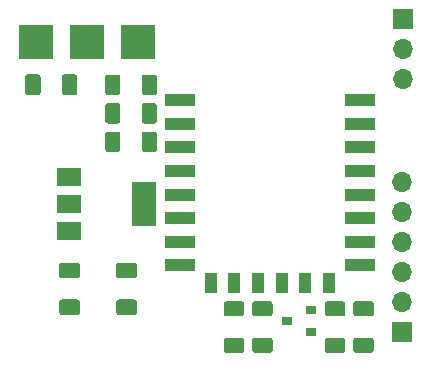
<source format=gbr>
%TF.GenerationSoftware,KiCad,Pcbnew,(5.1.9)-1*%
%TF.CreationDate,2021-10-08T16:41:08-07:00*%
%TF.ProjectId,LED-Controller-ESP-12F,4c45442d-436f-46e7-9472-6f6c6c65722d,A*%
%TF.SameCoordinates,Original*%
%TF.FileFunction,Soldermask,Top*%
%TF.FilePolarity,Negative*%
%FSLAX46Y46*%
G04 Gerber Fmt 4.6, Leading zero omitted, Abs format (unit mm)*
G04 Created by KiCad (PCBNEW (5.1.9)-1) date 2021-10-08 16:41:08*
%MOMM*%
%LPD*%
G01*
G04 APERTURE LIST*
%ADD10R,1.700000X1.700000*%
%ADD11O,1.700000X1.700000*%
%ADD12R,2.000000X1.500000*%
%ADD13R,2.000000X3.800000*%
%ADD14R,0.900000X0.800000*%
%ADD15R,3.000000X3.000000*%
%ADD16R,2.500000X1.000000*%
%ADD17R,1.000000X1.800000*%
G04 APERTURE END LIST*
D10*
%TO.C,J1*%
X139446000Y-128143000D03*
D11*
X139446000Y-125603000D03*
X139446000Y-123063000D03*
X139446000Y-120523000D03*
X139446000Y-117983000D03*
X139446000Y-115443000D03*
%TD*%
D10*
%TO.C,J2*%
X139573000Y-101600000D03*
D11*
X139573000Y-104140000D03*
X139573000Y-106680000D03*
%TD*%
%TO.C,R7*%
G36*
G01*
X117420500Y-107813001D02*
X117420500Y-106562999D01*
G75*
G02*
X117670499Y-106313000I249999J0D01*
G01*
X118470501Y-106313000D01*
G75*
G02*
X118720500Y-106562999I0J-249999D01*
G01*
X118720500Y-107813001D01*
G75*
G02*
X118470501Y-108063000I-249999J0D01*
G01*
X117670499Y-108063000D01*
G75*
G02*
X117420500Y-107813001I0J249999D01*
G01*
G37*
G36*
G01*
X114320500Y-107813001D02*
X114320500Y-106562999D01*
G75*
G02*
X114570499Y-106313000I249999J0D01*
G01*
X115370501Y-106313000D01*
G75*
G02*
X115620500Y-106562999I0J-249999D01*
G01*
X115620500Y-107813001D01*
G75*
G02*
X115370501Y-108063000I-249999J0D01*
G01*
X114570499Y-108063000D01*
G75*
G02*
X114320500Y-107813001I0J249999D01*
G01*
G37*
%TD*%
%TO.C,R6*%
G36*
G01*
X135582499Y-128598500D02*
X136832501Y-128598500D01*
G75*
G02*
X137082500Y-128848499I0J-249999D01*
G01*
X137082500Y-129648501D01*
G75*
G02*
X136832501Y-129898500I-249999J0D01*
G01*
X135582499Y-129898500D01*
G75*
G02*
X135332500Y-129648501I0J249999D01*
G01*
X135332500Y-128848499D01*
G75*
G02*
X135582499Y-128598500I249999J0D01*
G01*
G37*
G36*
G01*
X135582499Y-125498500D02*
X136832501Y-125498500D01*
G75*
G02*
X137082500Y-125748499I0J-249999D01*
G01*
X137082500Y-126548501D01*
G75*
G02*
X136832501Y-126798500I-249999J0D01*
G01*
X135582499Y-126798500D01*
G75*
G02*
X135332500Y-126548501I0J249999D01*
G01*
X135332500Y-125748499D01*
G75*
G02*
X135582499Y-125498500I249999J0D01*
G01*
G37*
%TD*%
%TO.C,R5*%
G36*
G01*
X125847001Y-126800500D02*
X124596999Y-126800500D01*
G75*
G02*
X124347000Y-126550501I0J249999D01*
G01*
X124347000Y-125750499D01*
G75*
G02*
X124596999Y-125500500I249999J0D01*
G01*
X125847001Y-125500500D01*
G75*
G02*
X126097000Y-125750499I0J-249999D01*
G01*
X126097000Y-126550501D01*
G75*
G02*
X125847001Y-126800500I-249999J0D01*
G01*
G37*
G36*
G01*
X125847001Y-129900500D02*
X124596999Y-129900500D01*
G75*
G02*
X124347000Y-129650501I0J249999D01*
G01*
X124347000Y-128850499D01*
G75*
G02*
X124596999Y-128600500I249999J0D01*
G01*
X125847001Y-128600500D01*
G75*
G02*
X126097000Y-128850499I0J-249999D01*
G01*
X126097000Y-129650501D01*
G75*
G02*
X125847001Y-129900500I-249999J0D01*
G01*
G37*
%TD*%
%TO.C,R4*%
G36*
G01*
X128260001Y-126800500D02*
X127009999Y-126800500D01*
G75*
G02*
X126760000Y-126550501I0J249999D01*
G01*
X126760000Y-125750499D01*
G75*
G02*
X127009999Y-125500500I249999J0D01*
G01*
X128260001Y-125500500D01*
G75*
G02*
X128510000Y-125750499I0J-249999D01*
G01*
X128510000Y-126550501D01*
G75*
G02*
X128260001Y-126800500I-249999J0D01*
G01*
G37*
G36*
G01*
X128260001Y-129900500D02*
X127009999Y-129900500D01*
G75*
G02*
X126760000Y-129650501I0J249999D01*
G01*
X126760000Y-128850499D01*
G75*
G02*
X127009999Y-128600500I249999J0D01*
G01*
X128260001Y-128600500D01*
G75*
G02*
X128510000Y-128850499I0J-249999D01*
G01*
X128510000Y-129650501D01*
G75*
G02*
X128260001Y-129900500I-249999J0D01*
G01*
G37*
%TD*%
%TO.C,R3*%
G36*
G01*
X134419501Y-126800500D02*
X133169499Y-126800500D01*
G75*
G02*
X132919500Y-126550501I0J249999D01*
G01*
X132919500Y-125750499D01*
G75*
G02*
X133169499Y-125500500I249999J0D01*
G01*
X134419501Y-125500500D01*
G75*
G02*
X134669500Y-125750499I0J-249999D01*
G01*
X134669500Y-126550501D01*
G75*
G02*
X134419501Y-126800500I-249999J0D01*
G01*
G37*
G36*
G01*
X134419501Y-129900500D02*
X133169499Y-129900500D01*
G75*
G02*
X132919500Y-129650501I0J249999D01*
G01*
X132919500Y-128850499D01*
G75*
G02*
X133169499Y-128600500I249999J0D01*
G01*
X134419501Y-128600500D01*
G75*
G02*
X134669500Y-128850499I0J-249999D01*
G01*
X134669500Y-129650501D01*
G75*
G02*
X134419501Y-129900500I-249999J0D01*
G01*
G37*
%TD*%
%TO.C,R2*%
G36*
G01*
X117420500Y-110226001D02*
X117420500Y-108975999D01*
G75*
G02*
X117670499Y-108726000I249999J0D01*
G01*
X118470501Y-108726000D01*
G75*
G02*
X118720500Y-108975999I0J-249999D01*
G01*
X118720500Y-110226001D01*
G75*
G02*
X118470501Y-110476000I-249999J0D01*
G01*
X117670499Y-110476000D01*
G75*
G02*
X117420500Y-110226001I0J249999D01*
G01*
G37*
G36*
G01*
X114320500Y-110226001D02*
X114320500Y-108975999D01*
G75*
G02*
X114570499Y-108726000I249999J0D01*
G01*
X115370501Y-108726000D01*
G75*
G02*
X115620500Y-108975999I0J-249999D01*
G01*
X115620500Y-110226001D01*
G75*
G02*
X115370501Y-110476000I-249999J0D01*
G01*
X114570499Y-110476000D01*
G75*
G02*
X114320500Y-110226001I0J249999D01*
G01*
G37*
%TD*%
%TO.C,R1*%
G36*
G01*
X117420500Y-112639001D02*
X117420500Y-111388999D01*
G75*
G02*
X117670499Y-111139000I249999J0D01*
G01*
X118470501Y-111139000D01*
G75*
G02*
X118720500Y-111388999I0J-249999D01*
G01*
X118720500Y-112639001D01*
G75*
G02*
X118470501Y-112889000I-249999J0D01*
G01*
X117670499Y-112889000D01*
G75*
G02*
X117420500Y-112639001I0J249999D01*
G01*
G37*
G36*
G01*
X114320500Y-112639001D02*
X114320500Y-111388999D01*
G75*
G02*
X114570499Y-111139000I249999J0D01*
G01*
X115370501Y-111139000D01*
G75*
G02*
X115620500Y-111388999I0J-249999D01*
G01*
X115620500Y-112639001D01*
G75*
G02*
X115370501Y-112889000I-249999J0D01*
G01*
X114570499Y-112889000D01*
G75*
G02*
X114320500Y-112639001I0J249999D01*
G01*
G37*
%TD*%
D12*
%TO.C,U1*%
X111277000Y-114984500D03*
X111277000Y-119584500D03*
X111277000Y-117284500D03*
D13*
X117577000Y-117284500D03*
%TD*%
%TO.C,C2*%
G36*
G01*
X115491498Y-125360000D02*
X116791502Y-125360000D01*
G75*
G02*
X117041500Y-125609998I0J-249998D01*
G01*
X117041500Y-126435002D01*
G75*
G02*
X116791502Y-126685000I-249998J0D01*
G01*
X115491498Y-126685000D01*
G75*
G02*
X115241500Y-126435002I0J249998D01*
G01*
X115241500Y-125609998D01*
G75*
G02*
X115491498Y-125360000I249998J0D01*
G01*
G37*
G36*
G01*
X115491498Y-122235000D02*
X116791502Y-122235000D01*
G75*
G02*
X117041500Y-122484998I0J-249998D01*
G01*
X117041500Y-123310002D01*
G75*
G02*
X116791502Y-123560000I-249998J0D01*
G01*
X115491498Y-123560000D01*
G75*
G02*
X115241500Y-123310002I0J249998D01*
G01*
X115241500Y-122484998D01*
G75*
G02*
X115491498Y-122235000I249998J0D01*
G01*
G37*
%TD*%
%TO.C,C1*%
G36*
G01*
X110665498Y-125360000D02*
X111965502Y-125360000D01*
G75*
G02*
X112215500Y-125609998I0J-249998D01*
G01*
X112215500Y-126435002D01*
G75*
G02*
X111965502Y-126685000I-249998J0D01*
G01*
X110665498Y-126685000D01*
G75*
G02*
X110415500Y-126435002I0J249998D01*
G01*
X110415500Y-125609998D01*
G75*
G02*
X110665498Y-125360000I249998J0D01*
G01*
G37*
G36*
G01*
X110665498Y-122235000D02*
X111965502Y-122235000D01*
G75*
G02*
X112215500Y-122484998I0J-249998D01*
G01*
X112215500Y-123310002D01*
G75*
G02*
X111965502Y-123560000I-249998J0D01*
G01*
X110665498Y-123560000D01*
G75*
G02*
X110415500Y-123310002I0J249998D01*
G01*
X110415500Y-122484998D01*
G75*
G02*
X110665498Y-122235000I249998J0D01*
G01*
G37*
%TD*%
D14*
%TO.C,Q1*%
X131746500Y-128140500D03*
X131746500Y-126240500D03*
X129746500Y-127190500D03*
%TD*%
D15*
%TO.C,TP1*%
X108458000Y-103568500D03*
%TD*%
%TO.C,TP2*%
X112776000Y-103568500D03*
%TD*%
%TO.C,TP3*%
X117094000Y-103568500D03*
%TD*%
D16*
%TO.C,U2*%
X120664501Y-108483501D03*
X120664501Y-110483501D03*
X120664501Y-112483501D03*
X120664501Y-114483501D03*
X120664501Y-116483501D03*
X120664501Y-118483501D03*
X120664501Y-120483501D03*
X120664501Y-122483501D03*
D17*
X123264501Y-123983501D03*
X125264501Y-123983501D03*
X127264501Y-123983501D03*
X129264501Y-123983501D03*
X131264501Y-123983501D03*
X133264501Y-123983501D03*
D16*
X135864501Y-122483501D03*
X135864501Y-120483501D03*
X135864501Y-118483501D03*
X135864501Y-116483501D03*
X135864501Y-114483501D03*
X135864501Y-112483501D03*
X135864501Y-110483501D03*
X135864501Y-108483501D03*
%TD*%
%TO.C,C3*%
G36*
G01*
X107528000Y-107838001D02*
X107528000Y-106537999D01*
G75*
G02*
X107777999Y-106288000I249999J0D01*
G01*
X108603001Y-106288000D01*
G75*
G02*
X108853000Y-106537999I0J-249999D01*
G01*
X108853000Y-107838001D01*
G75*
G02*
X108603001Y-108088000I-249999J0D01*
G01*
X107777999Y-108088000D01*
G75*
G02*
X107528000Y-107838001I0J249999D01*
G01*
G37*
G36*
G01*
X110653000Y-107838001D02*
X110653000Y-106537999D01*
G75*
G02*
X110902999Y-106288000I249999J0D01*
G01*
X111728001Y-106288000D01*
G75*
G02*
X111978000Y-106537999I0J-249999D01*
G01*
X111978000Y-107838001D01*
G75*
G02*
X111728001Y-108088000I-249999J0D01*
G01*
X110902999Y-108088000D01*
G75*
G02*
X110653000Y-107838001I0J249999D01*
G01*
G37*
%TD*%
M02*

</source>
